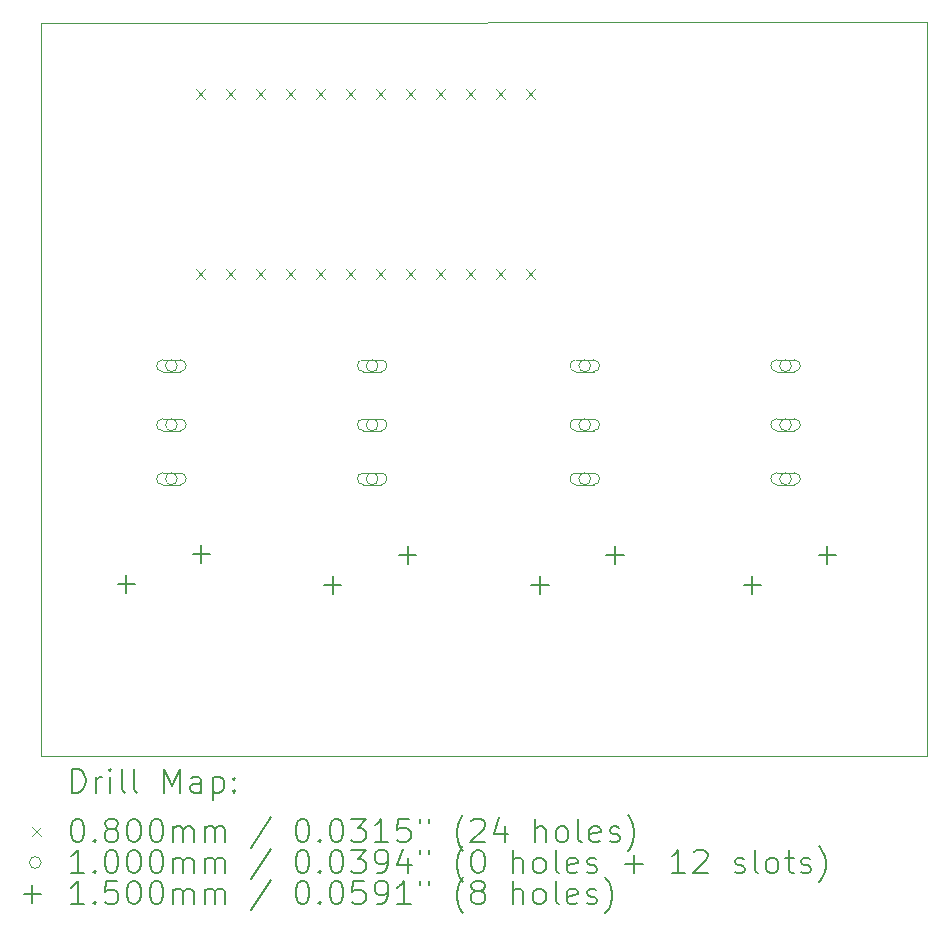
<source format=gbr>
%TF.GenerationSoftware,KiCad,Pcbnew,9.0.0*%
%TF.CreationDate,2025-03-03T22:53:20+00:00*%
%TF.ProjectId,controller,636f6e74-726f-46c6-9c65-722e6b696361,rev?*%
%TF.SameCoordinates,Original*%
%TF.FileFunction,Drillmap*%
%TF.FilePolarity,Positive*%
%FSLAX45Y45*%
G04 Gerber Fmt 4.5, Leading zero omitted, Abs format (unit mm)*
G04 Created by KiCad (PCBNEW 9.0.0) date 2025-03-03 22:53:20*
%MOMM*%
%LPD*%
G01*
G04 APERTURE LIST*
%ADD10C,0.038100*%
%ADD11C,0.200000*%
%ADD12C,0.100000*%
%ADD13C,0.150000*%
G04 APERTURE END LIST*
D10*
X18100000Y-11500000D02*
X18100000Y-5290000D01*
X10600000Y-5300000D02*
X10600000Y-11500000D01*
X10600000Y-11500000D02*
X18100000Y-11500000D01*
X10600000Y-5300000D02*
X18100000Y-5290000D01*
D11*
D12*
X11906000Y-5860000D02*
X11986000Y-5940000D01*
X11986000Y-5860000D02*
X11906000Y-5940000D01*
X11906000Y-7384000D02*
X11986000Y-7464000D01*
X11986000Y-7384000D02*
X11906000Y-7464000D01*
X12160000Y-5860000D02*
X12240000Y-5940000D01*
X12240000Y-5860000D02*
X12160000Y-5940000D01*
X12160000Y-7384000D02*
X12240000Y-7464000D01*
X12240000Y-7384000D02*
X12160000Y-7464000D01*
X12414000Y-5860000D02*
X12494000Y-5940000D01*
X12494000Y-5860000D02*
X12414000Y-5940000D01*
X12414000Y-7384000D02*
X12494000Y-7464000D01*
X12494000Y-7384000D02*
X12414000Y-7464000D01*
X12668000Y-5860000D02*
X12748000Y-5940000D01*
X12748000Y-5860000D02*
X12668000Y-5940000D01*
X12668000Y-7384000D02*
X12748000Y-7464000D01*
X12748000Y-7384000D02*
X12668000Y-7464000D01*
X12922000Y-5860000D02*
X13002000Y-5940000D01*
X13002000Y-5860000D02*
X12922000Y-5940000D01*
X12922000Y-7384000D02*
X13002000Y-7464000D01*
X13002000Y-7384000D02*
X12922000Y-7464000D01*
X13176000Y-5860000D02*
X13256000Y-5940000D01*
X13256000Y-5860000D02*
X13176000Y-5940000D01*
X13176000Y-7384000D02*
X13256000Y-7464000D01*
X13256000Y-7384000D02*
X13176000Y-7464000D01*
X13430000Y-5860000D02*
X13510000Y-5940000D01*
X13510000Y-5860000D02*
X13430000Y-5940000D01*
X13430000Y-7384000D02*
X13510000Y-7464000D01*
X13510000Y-7384000D02*
X13430000Y-7464000D01*
X13684000Y-5860000D02*
X13764000Y-5940000D01*
X13764000Y-5860000D02*
X13684000Y-5940000D01*
X13684000Y-7384000D02*
X13764000Y-7464000D01*
X13764000Y-7384000D02*
X13684000Y-7464000D01*
X13938000Y-5860000D02*
X14018000Y-5940000D01*
X14018000Y-5860000D02*
X13938000Y-5940000D01*
X13938000Y-7384000D02*
X14018000Y-7464000D01*
X14018000Y-7384000D02*
X13938000Y-7464000D01*
X14192000Y-5860000D02*
X14272000Y-5940000D01*
X14272000Y-5860000D02*
X14192000Y-5940000D01*
X14192000Y-7384000D02*
X14272000Y-7464000D01*
X14272000Y-7384000D02*
X14192000Y-7464000D01*
X14446000Y-5860000D02*
X14526000Y-5940000D01*
X14526000Y-5860000D02*
X14446000Y-5940000D01*
X14446000Y-7384000D02*
X14526000Y-7464000D01*
X14526000Y-7384000D02*
X14446000Y-7464000D01*
X14700000Y-5860000D02*
X14780000Y-5940000D01*
X14780000Y-5860000D02*
X14700000Y-5940000D01*
X14700000Y-7384000D02*
X14780000Y-7464000D01*
X14780000Y-7384000D02*
X14700000Y-7464000D01*
X11750000Y-8200000D02*
G75*
G02*
X11650000Y-8200000I-50000J0D01*
G01*
X11650000Y-8200000D02*
G75*
G02*
X11750000Y-8200000I50000J0D01*
G01*
X11775000Y-8150000D02*
X11625000Y-8150000D01*
X11625000Y-8250000D02*
G75*
G02*
X11625000Y-8150000I0J50000D01*
G01*
X11625000Y-8250000D02*
X11775000Y-8250000D01*
X11775000Y-8250000D02*
G75*
G03*
X11775000Y-8150000I0J50000D01*
G01*
X11750000Y-8700000D02*
G75*
G02*
X11650000Y-8700000I-50000J0D01*
G01*
X11650000Y-8700000D02*
G75*
G02*
X11750000Y-8700000I50000J0D01*
G01*
X11775000Y-8650000D02*
X11625000Y-8650000D01*
X11625000Y-8750000D02*
G75*
G02*
X11625000Y-8650000I0J50000D01*
G01*
X11625000Y-8750000D02*
X11775000Y-8750000D01*
X11775000Y-8750000D02*
G75*
G03*
X11775000Y-8650000I0J50000D01*
G01*
X11750000Y-9157200D02*
G75*
G02*
X11650000Y-9157200I-50000J0D01*
G01*
X11650000Y-9157200D02*
G75*
G02*
X11750000Y-9157200I50000J0D01*
G01*
X11775000Y-9107200D02*
X11625000Y-9107200D01*
X11625000Y-9207200D02*
G75*
G02*
X11625000Y-9107200I0J50000D01*
G01*
X11625000Y-9207200D02*
X11775000Y-9207200D01*
X11775000Y-9207200D02*
G75*
G03*
X11775000Y-9107200I0J50000D01*
G01*
X13450000Y-8200000D02*
G75*
G02*
X13350000Y-8200000I-50000J0D01*
G01*
X13350000Y-8200000D02*
G75*
G02*
X13450000Y-8200000I50000J0D01*
G01*
X13475000Y-8150000D02*
X13325000Y-8150000D01*
X13325000Y-8250000D02*
G75*
G02*
X13325000Y-8150000I0J50000D01*
G01*
X13325000Y-8250000D02*
X13475000Y-8250000D01*
X13475000Y-8250000D02*
G75*
G03*
X13475000Y-8150000I0J50000D01*
G01*
X13450000Y-8700000D02*
G75*
G02*
X13350000Y-8700000I-50000J0D01*
G01*
X13350000Y-8700000D02*
G75*
G02*
X13450000Y-8700000I50000J0D01*
G01*
X13475000Y-8650000D02*
X13325000Y-8650000D01*
X13325000Y-8750000D02*
G75*
G02*
X13325000Y-8650000I0J50000D01*
G01*
X13325000Y-8750000D02*
X13475000Y-8750000D01*
X13475000Y-8750000D02*
G75*
G03*
X13475000Y-8650000I0J50000D01*
G01*
X13450000Y-9157200D02*
G75*
G02*
X13350000Y-9157200I-50000J0D01*
G01*
X13350000Y-9157200D02*
G75*
G02*
X13450000Y-9157200I50000J0D01*
G01*
X13475000Y-9107200D02*
X13325000Y-9107200D01*
X13325000Y-9207200D02*
G75*
G02*
X13325000Y-9107200I0J50000D01*
G01*
X13325000Y-9207200D02*
X13475000Y-9207200D01*
X13475000Y-9207200D02*
G75*
G03*
X13475000Y-9107200I0J50000D01*
G01*
X15250000Y-8200000D02*
G75*
G02*
X15150000Y-8200000I-50000J0D01*
G01*
X15150000Y-8200000D02*
G75*
G02*
X15250000Y-8200000I50000J0D01*
G01*
X15275000Y-8150000D02*
X15125000Y-8150000D01*
X15125000Y-8250000D02*
G75*
G02*
X15125000Y-8150000I0J50000D01*
G01*
X15125000Y-8250000D02*
X15275000Y-8250000D01*
X15275000Y-8250000D02*
G75*
G03*
X15275000Y-8150000I0J50000D01*
G01*
X15250000Y-8700000D02*
G75*
G02*
X15150000Y-8700000I-50000J0D01*
G01*
X15150000Y-8700000D02*
G75*
G02*
X15250000Y-8700000I50000J0D01*
G01*
X15275000Y-8650000D02*
X15125000Y-8650000D01*
X15125000Y-8750000D02*
G75*
G02*
X15125000Y-8650000I0J50000D01*
G01*
X15125000Y-8750000D02*
X15275000Y-8750000D01*
X15275000Y-8750000D02*
G75*
G03*
X15275000Y-8650000I0J50000D01*
G01*
X15250000Y-9157200D02*
G75*
G02*
X15150000Y-9157200I-50000J0D01*
G01*
X15150000Y-9157200D02*
G75*
G02*
X15250000Y-9157200I50000J0D01*
G01*
X15275000Y-9107200D02*
X15125000Y-9107200D01*
X15125000Y-9207200D02*
G75*
G02*
X15125000Y-9107200I0J50000D01*
G01*
X15125000Y-9207200D02*
X15275000Y-9207200D01*
X15275000Y-9207200D02*
G75*
G03*
X15275000Y-9107200I0J50000D01*
G01*
X16950000Y-8200000D02*
G75*
G02*
X16850000Y-8200000I-50000J0D01*
G01*
X16850000Y-8200000D02*
G75*
G02*
X16950000Y-8200000I50000J0D01*
G01*
X16975000Y-8150000D02*
X16825000Y-8150000D01*
X16825000Y-8250000D02*
G75*
G02*
X16825000Y-8150000I0J50000D01*
G01*
X16825000Y-8250000D02*
X16975000Y-8250000D01*
X16975000Y-8250000D02*
G75*
G03*
X16975000Y-8150000I0J50000D01*
G01*
X16950000Y-8700000D02*
G75*
G02*
X16850000Y-8700000I-50000J0D01*
G01*
X16850000Y-8700000D02*
G75*
G02*
X16950000Y-8700000I50000J0D01*
G01*
X16975000Y-8650000D02*
X16825000Y-8650000D01*
X16825000Y-8750000D02*
G75*
G02*
X16825000Y-8650000I0J50000D01*
G01*
X16825000Y-8750000D02*
X16975000Y-8750000D01*
X16975000Y-8750000D02*
G75*
G03*
X16975000Y-8650000I0J50000D01*
G01*
X16950000Y-9157200D02*
G75*
G02*
X16850000Y-9157200I-50000J0D01*
G01*
X16850000Y-9157200D02*
G75*
G02*
X16950000Y-9157200I50000J0D01*
G01*
X16975000Y-9107200D02*
X16825000Y-9107200D01*
X16825000Y-9207200D02*
G75*
G02*
X16825000Y-9107200I0J50000D01*
G01*
X16825000Y-9207200D02*
X16975000Y-9207200D01*
X16975000Y-9207200D02*
G75*
G03*
X16975000Y-9107200I0J50000D01*
G01*
D13*
X11319000Y-9971000D02*
X11319000Y-10121000D01*
X11244000Y-10046000D02*
X11394000Y-10046000D01*
X11954000Y-9717000D02*
X11954000Y-9867000D01*
X11879000Y-9792000D02*
X12029000Y-9792000D01*
X13065000Y-9979000D02*
X13065000Y-10129000D01*
X12990000Y-10054000D02*
X13140000Y-10054000D01*
X13700000Y-9725000D02*
X13700000Y-9875000D01*
X13625000Y-9800000D02*
X13775000Y-9800000D01*
X14819000Y-9979000D02*
X14819000Y-10129000D01*
X14744000Y-10054000D02*
X14894000Y-10054000D01*
X15454000Y-9725000D02*
X15454000Y-9875000D01*
X15379000Y-9800000D02*
X15529000Y-9800000D01*
X16619000Y-9979000D02*
X16619000Y-10129000D01*
X16544000Y-10054000D02*
X16694000Y-10054000D01*
X17254000Y-9725000D02*
X17254000Y-9875000D01*
X17179000Y-9800000D02*
X17329000Y-9800000D01*
D11*
X10858872Y-11813389D02*
X10858872Y-11613389D01*
X10858872Y-11613389D02*
X10906491Y-11613389D01*
X10906491Y-11613389D02*
X10935062Y-11622913D01*
X10935062Y-11622913D02*
X10954110Y-11641960D01*
X10954110Y-11641960D02*
X10963634Y-11661008D01*
X10963634Y-11661008D02*
X10973158Y-11699103D01*
X10973158Y-11699103D02*
X10973158Y-11727674D01*
X10973158Y-11727674D02*
X10963634Y-11765770D01*
X10963634Y-11765770D02*
X10954110Y-11784817D01*
X10954110Y-11784817D02*
X10935062Y-11803865D01*
X10935062Y-11803865D02*
X10906491Y-11813389D01*
X10906491Y-11813389D02*
X10858872Y-11813389D01*
X11058872Y-11813389D02*
X11058872Y-11680055D01*
X11058872Y-11718151D02*
X11068396Y-11699103D01*
X11068396Y-11699103D02*
X11077919Y-11689579D01*
X11077919Y-11689579D02*
X11096967Y-11680055D01*
X11096967Y-11680055D02*
X11116015Y-11680055D01*
X11182681Y-11813389D02*
X11182681Y-11680055D01*
X11182681Y-11613389D02*
X11173158Y-11622913D01*
X11173158Y-11622913D02*
X11182681Y-11632436D01*
X11182681Y-11632436D02*
X11192205Y-11622913D01*
X11192205Y-11622913D02*
X11182681Y-11613389D01*
X11182681Y-11613389D02*
X11182681Y-11632436D01*
X11306491Y-11813389D02*
X11287443Y-11803865D01*
X11287443Y-11803865D02*
X11277919Y-11784817D01*
X11277919Y-11784817D02*
X11277919Y-11613389D01*
X11411253Y-11813389D02*
X11392205Y-11803865D01*
X11392205Y-11803865D02*
X11382681Y-11784817D01*
X11382681Y-11784817D02*
X11382681Y-11613389D01*
X11639824Y-11813389D02*
X11639824Y-11613389D01*
X11639824Y-11613389D02*
X11706491Y-11756246D01*
X11706491Y-11756246D02*
X11773157Y-11613389D01*
X11773157Y-11613389D02*
X11773157Y-11813389D01*
X11954110Y-11813389D02*
X11954110Y-11708627D01*
X11954110Y-11708627D02*
X11944586Y-11689579D01*
X11944586Y-11689579D02*
X11925538Y-11680055D01*
X11925538Y-11680055D02*
X11887443Y-11680055D01*
X11887443Y-11680055D02*
X11868396Y-11689579D01*
X11954110Y-11803865D02*
X11935062Y-11813389D01*
X11935062Y-11813389D02*
X11887443Y-11813389D01*
X11887443Y-11813389D02*
X11868396Y-11803865D01*
X11868396Y-11803865D02*
X11858872Y-11784817D01*
X11858872Y-11784817D02*
X11858872Y-11765770D01*
X11858872Y-11765770D02*
X11868396Y-11746722D01*
X11868396Y-11746722D02*
X11887443Y-11737198D01*
X11887443Y-11737198D02*
X11935062Y-11737198D01*
X11935062Y-11737198D02*
X11954110Y-11727674D01*
X12049348Y-11680055D02*
X12049348Y-11880055D01*
X12049348Y-11689579D02*
X12068396Y-11680055D01*
X12068396Y-11680055D02*
X12106491Y-11680055D01*
X12106491Y-11680055D02*
X12125538Y-11689579D01*
X12125538Y-11689579D02*
X12135062Y-11699103D01*
X12135062Y-11699103D02*
X12144586Y-11718151D01*
X12144586Y-11718151D02*
X12144586Y-11775293D01*
X12144586Y-11775293D02*
X12135062Y-11794341D01*
X12135062Y-11794341D02*
X12125538Y-11803865D01*
X12125538Y-11803865D02*
X12106491Y-11813389D01*
X12106491Y-11813389D02*
X12068396Y-11813389D01*
X12068396Y-11813389D02*
X12049348Y-11803865D01*
X12230300Y-11794341D02*
X12239824Y-11803865D01*
X12239824Y-11803865D02*
X12230300Y-11813389D01*
X12230300Y-11813389D02*
X12220777Y-11803865D01*
X12220777Y-11803865D02*
X12230300Y-11794341D01*
X12230300Y-11794341D02*
X12230300Y-11813389D01*
X12230300Y-11689579D02*
X12239824Y-11699103D01*
X12239824Y-11699103D02*
X12230300Y-11708627D01*
X12230300Y-11708627D02*
X12220777Y-11699103D01*
X12220777Y-11699103D02*
X12230300Y-11689579D01*
X12230300Y-11689579D02*
X12230300Y-11708627D01*
D12*
X10518095Y-12101905D02*
X10598095Y-12181905D01*
X10598095Y-12101905D02*
X10518095Y-12181905D01*
D11*
X10896967Y-12033389D02*
X10916015Y-12033389D01*
X10916015Y-12033389D02*
X10935062Y-12042913D01*
X10935062Y-12042913D02*
X10944586Y-12052436D01*
X10944586Y-12052436D02*
X10954110Y-12071484D01*
X10954110Y-12071484D02*
X10963634Y-12109579D01*
X10963634Y-12109579D02*
X10963634Y-12157198D01*
X10963634Y-12157198D02*
X10954110Y-12195293D01*
X10954110Y-12195293D02*
X10944586Y-12214341D01*
X10944586Y-12214341D02*
X10935062Y-12223865D01*
X10935062Y-12223865D02*
X10916015Y-12233389D01*
X10916015Y-12233389D02*
X10896967Y-12233389D01*
X10896967Y-12233389D02*
X10877919Y-12223865D01*
X10877919Y-12223865D02*
X10868396Y-12214341D01*
X10868396Y-12214341D02*
X10858872Y-12195293D01*
X10858872Y-12195293D02*
X10849348Y-12157198D01*
X10849348Y-12157198D02*
X10849348Y-12109579D01*
X10849348Y-12109579D02*
X10858872Y-12071484D01*
X10858872Y-12071484D02*
X10868396Y-12052436D01*
X10868396Y-12052436D02*
X10877919Y-12042913D01*
X10877919Y-12042913D02*
X10896967Y-12033389D01*
X11049348Y-12214341D02*
X11058872Y-12223865D01*
X11058872Y-12223865D02*
X11049348Y-12233389D01*
X11049348Y-12233389D02*
X11039824Y-12223865D01*
X11039824Y-12223865D02*
X11049348Y-12214341D01*
X11049348Y-12214341D02*
X11049348Y-12233389D01*
X11173158Y-12119103D02*
X11154110Y-12109579D01*
X11154110Y-12109579D02*
X11144586Y-12100055D01*
X11144586Y-12100055D02*
X11135062Y-12081008D01*
X11135062Y-12081008D02*
X11135062Y-12071484D01*
X11135062Y-12071484D02*
X11144586Y-12052436D01*
X11144586Y-12052436D02*
X11154110Y-12042913D01*
X11154110Y-12042913D02*
X11173158Y-12033389D01*
X11173158Y-12033389D02*
X11211253Y-12033389D01*
X11211253Y-12033389D02*
X11230300Y-12042913D01*
X11230300Y-12042913D02*
X11239824Y-12052436D01*
X11239824Y-12052436D02*
X11249348Y-12071484D01*
X11249348Y-12071484D02*
X11249348Y-12081008D01*
X11249348Y-12081008D02*
X11239824Y-12100055D01*
X11239824Y-12100055D02*
X11230300Y-12109579D01*
X11230300Y-12109579D02*
X11211253Y-12119103D01*
X11211253Y-12119103D02*
X11173158Y-12119103D01*
X11173158Y-12119103D02*
X11154110Y-12128627D01*
X11154110Y-12128627D02*
X11144586Y-12138151D01*
X11144586Y-12138151D02*
X11135062Y-12157198D01*
X11135062Y-12157198D02*
X11135062Y-12195293D01*
X11135062Y-12195293D02*
X11144586Y-12214341D01*
X11144586Y-12214341D02*
X11154110Y-12223865D01*
X11154110Y-12223865D02*
X11173158Y-12233389D01*
X11173158Y-12233389D02*
X11211253Y-12233389D01*
X11211253Y-12233389D02*
X11230300Y-12223865D01*
X11230300Y-12223865D02*
X11239824Y-12214341D01*
X11239824Y-12214341D02*
X11249348Y-12195293D01*
X11249348Y-12195293D02*
X11249348Y-12157198D01*
X11249348Y-12157198D02*
X11239824Y-12138151D01*
X11239824Y-12138151D02*
X11230300Y-12128627D01*
X11230300Y-12128627D02*
X11211253Y-12119103D01*
X11373157Y-12033389D02*
X11392205Y-12033389D01*
X11392205Y-12033389D02*
X11411253Y-12042913D01*
X11411253Y-12042913D02*
X11420777Y-12052436D01*
X11420777Y-12052436D02*
X11430300Y-12071484D01*
X11430300Y-12071484D02*
X11439824Y-12109579D01*
X11439824Y-12109579D02*
X11439824Y-12157198D01*
X11439824Y-12157198D02*
X11430300Y-12195293D01*
X11430300Y-12195293D02*
X11420777Y-12214341D01*
X11420777Y-12214341D02*
X11411253Y-12223865D01*
X11411253Y-12223865D02*
X11392205Y-12233389D01*
X11392205Y-12233389D02*
X11373157Y-12233389D01*
X11373157Y-12233389D02*
X11354110Y-12223865D01*
X11354110Y-12223865D02*
X11344586Y-12214341D01*
X11344586Y-12214341D02*
X11335062Y-12195293D01*
X11335062Y-12195293D02*
X11325538Y-12157198D01*
X11325538Y-12157198D02*
X11325538Y-12109579D01*
X11325538Y-12109579D02*
X11335062Y-12071484D01*
X11335062Y-12071484D02*
X11344586Y-12052436D01*
X11344586Y-12052436D02*
X11354110Y-12042913D01*
X11354110Y-12042913D02*
X11373157Y-12033389D01*
X11563634Y-12033389D02*
X11582681Y-12033389D01*
X11582681Y-12033389D02*
X11601729Y-12042913D01*
X11601729Y-12042913D02*
X11611253Y-12052436D01*
X11611253Y-12052436D02*
X11620777Y-12071484D01*
X11620777Y-12071484D02*
X11630300Y-12109579D01*
X11630300Y-12109579D02*
X11630300Y-12157198D01*
X11630300Y-12157198D02*
X11620777Y-12195293D01*
X11620777Y-12195293D02*
X11611253Y-12214341D01*
X11611253Y-12214341D02*
X11601729Y-12223865D01*
X11601729Y-12223865D02*
X11582681Y-12233389D01*
X11582681Y-12233389D02*
X11563634Y-12233389D01*
X11563634Y-12233389D02*
X11544586Y-12223865D01*
X11544586Y-12223865D02*
X11535062Y-12214341D01*
X11535062Y-12214341D02*
X11525538Y-12195293D01*
X11525538Y-12195293D02*
X11516015Y-12157198D01*
X11516015Y-12157198D02*
X11516015Y-12109579D01*
X11516015Y-12109579D02*
X11525538Y-12071484D01*
X11525538Y-12071484D02*
X11535062Y-12052436D01*
X11535062Y-12052436D02*
X11544586Y-12042913D01*
X11544586Y-12042913D02*
X11563634Y-12033389D01*
X11716015Y-12233389D02*
X11716015Y-12100055D01*
X11716015Y-12119103D02*
X11725538Y-12109579D01*
X11725538Y-12109579D02*
X11744586Y-12100055D01*
X11744586Y-12100055D02*
X11773158Y-12100055D01*
X11773158Y-12100055D02*
X11792205Y-12109579D01*
X11792205Y-12109579D02*
X11801729Y-12128627D01*
X11801729Y-12128627D02*
X11801729Y-12233389D01*
X11801729Y-12128627D02*
X11811253Y-12109579D01*
X11811253Y-12109579D02*
X11830300Y-12100055D01*
X11830300Y-12100055D02*
X11858872Y-12100055D01*
X11858872Y-12100055D02*
X11877919Y-12109579D01*
X11877919Y-12109579D02*
X11887443Y-12128627D01*
X11887443Y-12128627D02*
X11887443Y-12233389D01*
X11982681Y-12233389D02*
X11982681Y-12100055D01*
X11982681Y-12119103D02*
X11992205Y-12109579D01*
X11992205Y-12109579D02*
X12011253Y-12100055D01*
X12011253Y-12100055D02*
X12039824Y-12100055D01*
X12039824Y-12100055D02*
X12058872Y-12109579D01*
X12058872Y-12109579D02*
X12068396Y-12128627D01*
X12068396Y-12128627D02*
X12068396Y-12233389D01*
X12068396Y-12128627D02*
X12077919Y-12109579D01*
X12077919Y-12109579D02*
X12096967Y-12100055D01*
X12096967Y-12100055D02*
X12125538Y-12100055D01*
X12125538Y-12100055D02*
X12144586Y-12109579D01*
X12144586Y-12109579D02*
X12154110Y-12128627D01*
X12154110Y-12128627D02*
X12154110Y-12233389D01*
X12544586Y-12023865D02*
X12373158Y-12281008D01*
X12801729Y-12033389D02*
X12820777Y-12033389D01*
X12820777Y-12033389D02*
X12839824Y-12042913D01*
X12839824Y-12042913D02*
X12849348Y-12052436D01*
X12849348Y-12052436D02*
X12858872Y-12071484D01*
X12858872Y-12071484D02*
X12868396Y-12109579D01*
X12868396Y-12109579D02*
X12868396Y-12157198D01*
X12868396Y-12157198D02*
X12858872Y-12195293D01*
X12858872Y-12195293D02*
X12849348Y-12214341D01*
X12849348Y-12214341D02*
X12839824Y-12223865D01*
X12839824Y-12223865D02*
X12820777Y-12233389D01*
X12820777Y-12233389D02*
X12801729Y-12233389D01*
X12801729Y-12233389D02*
X12782681Y-12223865D01*
X12782681Y-12223865D02*
X12773158Y-12214341D01*
X12773158Y-12214341D02*
X12763634Y-12195293D01*
X12763634Y-12195293D02*
X12754110Y-12157198D01*
X12754110Y-12157198D02*
X12754110Y-12109579D01*
X12754110Y-12109579D02*
X12763634Y-12071484D01*
X12763634Y-12071484D02*
X12773158Y-12052436D01*
X12773158Y-12052436D02*
X12782681Y-12042913D01*
X12782681Y-12042913D02*
X12801729Y-12033389D01*
X12954110Y-12214341D02*
X12963634Y-12223865D01*
X12963634Y-12223865D02*
X12954110Y-12233389D01*
X12954110Y-12233389D02*
X12944586Y-12223865D01*
X12944586Y-12223865D02*
X12954110Y-12214341D01*
X12954110Y-12214341D02*
X12954110Y-12233389D01*
X13087443Y-12033389D02*
X13106491Y-12033389D01*
X13106491Y-12033389D02*
X13125539Y-12042913D01*
X13125539Y-12042913D02*
X13135062Y-12052436D01*
X13135062Y-12052436D02*
X13144586Y-12071484D01*
X13144586Y-12071484D02*
X13154110Y-12109579D01*
X13154110Y-12109579D02*
X13154110Y-12157198D01*
X13154110Y-12157198D02*
X13144586Y-12195293D01*
X13144586Y-12195293D02*
X13135062Y-12214341D01*
X13135062Y-12214341D02*
X13125539Y-12223865D01*
X13125539Y-12223865D02*
X13106491Y-12233389D01*
X13106491Y-12233389D02*
X13087443Y-12233389D01*
X13087443Y-12233389D02*
X13068396Y-12223865D01*
X13068396Y-12223865D02*
X13058872Y-12214341D01*
X13058872Y-12214341D02*
X13049348Y-12195293D01*
X13049348Y-12195293D02*
X13039824Y-12157198D01*
X13039824Y-12157198D02*
X13039824Y-12109579D01*
X13039824Y-12109579D02*
X13049348Y-12071484D01*
X13049348Y-12071484D02*
X13058872Y-12052436D01*
X13058872Y-12052436D02*
X13068396Y-12042913D01*
X13068396Y-12042913D02*
X13087443Y-12033389D01*
X13220777Y-12033389D02*
X13344586Y-12033389D01*
X13344586Y-12033389D02*
X13277920Y-12109579D01*
X13277920Y-12109579D02*
X13306491Y-12109579D01*
X13306491Y-12109579D02*
X13325539Y-12119103D01*
X13325539Y-12119103D02*
X13335062Y-12128627D01*
X13335062Y-12128627D02*
X13344586Y-12147674D01*
X13344586Y-12147674D02*
X13344586Y-12195293D01*
X13344586Y-12195293D02*
X13335062Y-12214341D01*
X13335062Y-12214341D02*
X13325539Y-12223865D01*
X13325539Y-12223865D02*
X13306491Y-12233389D01*
X13306491Y-12233389D02*
X13249348Y-12233389D01*
X13249348Y-12233389D02*
X13230301Y-12223865D01*
X13230301Y-12223865D02*
X13220777Y-12214341D01*
X13535062Y-12233389D02*
X13420777Y-12233389D01*
X13477920Y-12233389D02*
X13477920Y-12033389D01*
X13477920Y-12033389D02*
X13458872Y-12061960D01*
X13458872Y-12061960D02*
X13439824Y-12081008D01*
X13439824Y-12081008D02*
X13420777Y-12090532D01*
X13716015Y-12033389D02*
X13620777Y-12033389D01*
X13620777Y-12033389D02*
X13611253Y-12128627D01*
X13611253Y-12128627D02*
X13620777Y-12119103D01*
X13620777Y-12119103D02*
X13639824Y-12109579D01*
X13639824Y-12109579D02*
X13687443Y-12109579D01*
X13687443Y-12109579D02*
X13706491Y-12119103D01*
X13706491Y-12119103D02*
X13716015Y-12128627D01*
X13716015Y-12128627D02*
X13725539Y-12147674D01*
X13725539Y-12147674D02*
X13725539Y-12195293D01*
X13725539Y-12195293D02*
X13716015Y-12214341D01*
X13716015Y-12214341D02*
X13706491Y-12223865D01*
X13706491Y-12223865D02*
X13687443Y-12233389D01*
X13687443Y-12233389D02*
X13639824Y-12233389D01*
X13639824Y-12233389D02*
X13620777Y-12223865D01*
X13620777Y-12223865D02*
X13611253Y-12214341D01*
X13801729Y-12033389D02*
X13801729Y-12071484D01*
X13877920Y-12033389D02*
X13877920Y-12071484D01*
X14173158Y-12309579D02*
X14163634Y-12300055D01*
X14163634Y-12300055D02*
X14144586Y-12271484D01*
X14144586Y-12271484D02*
X14135063Y-12252436D01*
X14135063Y-12252436D02*
X14125539Y-12223865D01*
X14125539Y-12223865D02*
X14116015Y-12176246D01*
X14116015Y-12176246D02*
X14116015Y-12138151D01*
X14116015Y-12138151D02*
X14125539Y-12090532D01*
X14125539Y-12090532D02*
X14135063Y-12061960D01*
X14135063Y-12061960D02*
X14144586Y-12042913D01*
X14144586Y-12042913D02*
X14163634Y-12014341D01*
X14163634Y-12014341D02*
X14173158Y-12004817D01*
X14239824Y-12052436D02*
X14249348Y-12042913D01*
X14249348Y-12042913D02*
X14268396Y-12033389D01*
X14268396Y-12033389D02*
X14316015Y-12033389D01*
X14316015Y-12033389D02*
X14335063Y-12042913D01*
X14335063Y-12042913D02*
X14344586Y-12052436D01*
X14344586Y-12052436D02*
X14354110Y-12071484D01*
X14354110Y-12071484D02*
X14354110Y-12090532D01*
X14354110Y-12090532D02*
X14344586Y-12119103D01*
X14344586Y-12119103D02*
X14230301Y-12233389D01*
X14230301Y-12233389D02*
X14354110Y-12233389D01*
X14525539Y-12100055D02*
X14525539Y-12233389D01*
X14477920Y-12023865D02*
X14430301Y-12166722D01*
X14430301Y-12166722D02*
X14554110Y-12166722D01*
X14782682Y-12233389D02*
X14782682Y-12033389D01*
X14868396Y-12233389D02*
X14868396Y-12128627D01*
X14868396Y-12128627D02*
X14858872Y-12109579D01*
X14858872Y-12109579D02*
X14839825Y-12100055D01*
X14839825Y-12100055D02*
X14811253Y-12100055D01*
X14811253Y-12100055D02*
X14792205Y-12109579D01*
X14792205Y-12109579D02*
X14782682Y-12119103D01*
X14992205Y-12233389D02*
X14973158Y-12223865D01*
X14973158Y-12223865D02*
X14963634Y-12214341D01*
X14963634Y-12214341D02*
X14954110Y-12195293D01*
X14954110Y-12195293D02*
X14954110Y-12138151D01*
X14954110Y-12138151D02*
X14963634Y-12119103D01*
X14963634Y-12119103D02*
X14973158Y-12109579D01*
X14973158Y-12109579D02*
X14992205Y-12100055D01*
X14992205Y-12100055D02*
X15020777Y-12100055D01*
X15020777Y-12100055D02*
X15039825Y-12109579D01*
X15039825Y-12109579D02*
X15049348Y-12119103D01*
X15049348Y-12119103D02*
X15058872Y-12138151D01*
X15058872Y-12138151D02*
X15058872Y-12195293D01*
X15058872Y-12195293D02*
X15049348Y-12214341D01*
X15049348Y-12214341D02*
X15039825Y-12223865D01*
X15039825Y-12223865D02*
X15020777Y-12233389D01*
X15020777Y-12233389D02*
X14992205Y-12233389D01*
X15173158Y-12233389D02*
X15154110Y-12223865D01*
X15154110Y-12223865D02*
X15144586Y-12204817D01*
X15144586Y-12204817D02*
X15144586Y-12033389D01*
X15325539Y-12223865D02*
X15306491Y-12233389D01*
X15306491Y-12233389D02*
X15268396Y-12233389D01*
X15268396Y-12233389D02*
X15249348Y-12223865D01*
X15249348Y-12223865D02*
X15239825Y-12204817D01*
X15239825Y-12204817D02*
X15239825Y-12128627D01*
X15239825Y-12128627D02*
X15249348Y-12109579D01*
X15249348Y-12109579D02*
X15268396Y-12100055D01*
X15268396Y-12100055D02*
X15306491Y-12100055D01*
X15306491Y-12100055D02*
X15325539Y-12109579D01*
X15325539Y-12109579D02*
X15335063Y-12128627D01*
X15335063Y-12128627D02*
X15335063Y-12147674D01*
X15335063Y-12147674D02*
X15239825Y-12166722D01*
X15411253Y-12223865D02*
X15430301Y-12233389D01*
X15430301Y-12233389D02*
X15468396Y-12233389D01*
X15468396Y-12233389D02*
X15487444Y-12223865D01*
X15487444Y-12223865D02*
X15496967Y-12204817D01*
X15496967Y-12204817D02*
X15496967Y-12195293D01*
X15496967Y-12195293D02*
X15487444Y-12176246D01*
X15487444Y-12176246D02*
X15468396Y-12166722D01*
X15468396Y-12166722D02*
X15439825Y-12166722D01*
X15439825Y-12166722D02*
X15420777Y-12157198D01*
X15420777Y-12157198D02*
X15411253Y-12138151D01*
X15411253Y-12138151D02*
X15411253Y-12128627D01*
X15411253Y-12128627D02*
X15420777Y-12109579D01*
X15420777Y-12109579D02*
X15439825Y-12100055D01*
X15439825Y-12100055D02*
X15468396Y-12100055D01*
X15468396Y-12100055D02*
X15487444Y-12109579D01*
X15563634Y-12309579D02*
X15573158Y-12300055D01*
X15573158Y-12300055D02*
X15592206Y-12271484D01*
X15592206Y-12271484D02*
X15601729Y-12252436D01*
X15601729Y-12252436D02*
X15611253Y-12223865D01*
X15611253Y-12223865D02*
X15620777Y-12176246D01*
X15620777Y-12176246D02*
X15620777Y-12138151D01*
X15620777Y-12138151D02*
X15611253Y-12090532D01*
X15611253Y-12090532D02*
X15601729Y-12061960D01*
X15601729Y-12061960D02*
X15592206Y-12042913D01*
X15592206Y-12042913D02*
X15573158Y-12014341D01*
X15573158Y-12014341D02*
X15563634Y-12004817D01*
D12*
X10598095Y-12405905D02*
G75*
G02*
X10498095Y-12405905I-50000J0D01*
G01*
X10498095Y-12405905D02*
G75*
G02*
X10598095Y-12405905I50000J0D01*
G01*
D11*
X10963634Y-12497389D02*
X10849348Y-12497389D01*
X10906491Y-12497389D02*
X10906491Y-12297389D01*
X10906491Y-12297389D02*
X10887443Y-12325960D01*
X10887443Y-12325960D02*
X10868396Y-12345008D01*
X10868396Y-12345008D02*
X10849348Y-12354532D01*
X11049348Y-12478341D02*
X11058872Y-12487865D01*
X11058872Y-12487865D02*
X11049348Y-12497389D01*
X11049348Y-12497389D02*
X11039824Y-12487865D01*
X11039824Y-12487865D02*
X11049348Y-12478341D01*
X11049348Y-12478341D02*
X11049348Y-12497389D01*
X11182681Y-12297389D02*
X11201729Y-12297389D01*
X11201729Y-12297389D02*
X11220777Y-12306913D01*
X11220777Y-12306913D02*
X11230300Y-12316436D01*
X11230300Y-12316436D02*
X11239824Y-12335484D01*
X11239824Y-12335484D02*
X11249348Y-12373579D01*
X11249348Y-12373579D02*
X11249348Y-12421198D01*
X11249348Y-12421198D02*
X11239824Y-12459293D01*
X11239824Y-12459293D02*
X11230300Y-12478341D01*
X11230300Y-12478341D02*
X11220777Y-12487865D01*
X11220777Y-12487865D02*
X11201729Y-12497389D01*
X11201729Y-12497389D02*
X11182681Y-12497389D01*
X11182681Y-12497389D02*
X11163634Y-12487865D01*
X11163634Y-12487865D02*
X11154110Y-12478341D01*
X11154110Y-12478341D02*
X11144586Y-12459293D01*
X11144586Y-12459293D02*
X11135062Y-12421198D01*
X11135062Y-12421198D02*
X11135062Y-12373579D01*
X11135062Y-12373579D02*
X11144586Y-12335484D01*
X11144586Y-12335484D02*
X11154110Y-12316436D01*
X11154110Y-12316436D02*
X11163634Y-12306913D01*
X11163634Y-12306913D02*
X11182681Y-12297389D01*
X11373157Y-12297389D02*
X11392205Y-12297389D01*
X11392205Y-12297389D02*
X11411253Y-12306913D01*
X11411253Y-12306913D02*
X11420777Y-12316436D01*
X11420777Y-12316436D02*
X11430300Y-12335484D01*
X11430300Y-12335484D02*
X11439824Y-12373579D01*
X11439824Y-12373579D02*
X11439824Y-12421198D01*
X11439824Y-12421198D02*
X11430300Y-12459293D01*
X11430300Y-12459293D02*
X11420777Y-12478341D01*
X11420777Y-12478341D02*
X11411253Y-12487865D01*
X11411253Y-12487865D02*
X11392205Y-12497389D01*
X11392205Y-12497389D02*
X11373157Y-12497389D01*
X11373157Y-12497389D02*
X11354110Y-12487865D01*
X11354110Y-12487865D02*
X11344586Y-12478341D01*
X11344586Y-12478341D02*
X11335062Y-12459293D01*
X11335062Y-12459293D02*
X11325538Y-12421198D01*
X11325538Y-12421198D02*
X11325538Y-12373579D01*
X11325538Y-12373579D02*
X11335062Y-12335484D01*
X11335062Y-12335484D02*
X11344586Y-12316436D01*
X11344586Y-12316436D02*
X11354110Y-12306913D01*
X11354110Y-12306913D02*
X11373157Y-12297389D01*
X11563634Y-12297389D02*
X11582681Y-12297389D01*
X11582681Y-12297389D02*
X11601729Y-12306913D01*
X11601729Y-12306913D02*
X11611253Y-12316436D01*
X11611253Y-12316436D02*
X11620777Y-12335484D01*
X11620777Y-12335484D02*
X11630300Y-12373579D01*
X11630300Y-12373579D02*
X11630300Y-12421198D01*
X11630300Y-12421198D02*
X11620777Y-12459293D01*
X11620777Y-12459293D02*
X11611253Y-12478341D01*
X11611253Y-12478341D02*
X11601729Y-12487865D01*
X11601729Y-12487865D02*
X11582681Y-12497389D01*
X11582681Y-12497389D02*
X11563634Y-12497389D01*
X11563634Y-12497389D02*
X11544586Y-12487865D01*
X11544586Y-12487865D02*
X11535062Y-12478341D01*
X11535062Y-12478341D02*
X11525538Y-12459293D01*
X11525538Y-12459293D02*
X11516015Y-12421198D01*
X11516015Y-12421198D02*
X11516015Y-12373579D01*
X11516015Y-12373579D02*
X11525538Y-12335484D01*
X11525538Y-12335484D02*
X11535062Y-12316436D01*
X11535062Y-12316436D02*
X11544586Y-12306913D01*
X11544586Y-12306913D02*
X11563634Y-12297389D01*
X11716015Y-12497389D02*
X11716015Y-12364055D01*
X11716015Y-12383103D02*
X11725538Y-12373579D01*
X11725538Y-12373579D02*
X11744586Y-12364055D01*
X11744586Y-12364055D02*
X11773158Y-12364055D01*
X11773158Y-12364055D02*
X11792205Y-12373579D01*
X11792205Y-12373579D02*
X11801729Y-12392627D01*
X11801729Y-12392627D02*
X11801729Y-12497389D01*
X11801729Y-12392627D02*
X11811253Y-12373579D01*
X11811253Y-12373579D02*
X11830300Y-12364055D01*
X11830300Y-12364055D02*
X11858872Y-12364055D01*
X11858872Y-12364055D02*
X11877919Y-12373579D01*
X11877919Y-12373579D02*
X11887443Y-12392627D01*
X11887443Y-12392627D02*
X11887443Y-12497389D01*
X11982681Y-12497389D02*
X11982681Y-12364055D01*
X11982681Y-12383103D02*
X11992205Y-12373579D01*
X11992205Y-12373579D02*
X12011253Y-12364055D01*
X12011253Y-12364055D02*
X12039824Y-12364055D01*
X12039824Y-12364055D02*
X12058872Y-12373579D01*
X12058872Y-12373579D02*
X12068396Y-12392627D01*
X12068396Y-12392627D02*
X12068396Y-12497389D01*
X12068396Y-12392627D02*
X12077919Y-12373579D01*
X12077919Y-12373579D02*
X12096967Y-12364055D01*
X12096967Y-12364055D02*
X12125538Y-12364055D01*
X12125538Y-12364055D02*
X12144586Y-12373579D01*
X12144586Y-12373579D02*
X12154110Y-12392627D01*
X12154110Y-12392627D02*
X12154110Y-12497389D01*
X12544586Y-12287865D02*
X12373158Y-12545008D01*
X12801729Y-12297389D02*
X12820777Y-12297389D01*
X12820777Y-12297389D02*
X12839824Y-12306913D01*
X12839824Y-12306913D02*
X12849348Y-12316436D01*
X12849348Y-12316436D02*
X12858872Y-12335484D01*
X12858872Y-12335484D02*
X12868396Y-12373579D01*
X12868396Y-12373579D02*
X12868396Y-12421198D01*
X12868396Y-12421198D02*
X12858872Y-12459293D01*
X12858872Y-12459293D02*
X12849348Y-12478341D01*
X12849348Y-12478341D02*
X12839824Y-12487865D01*
X12839824Y-12487865D02*
X12820777Y-12497389D01*
X12820777Y-12497389D02*
X12801729Y-12497389D01*
X12801729Y-12497389D02*
X12782681Y-12487865D01*
X12782681Y-12487865D02*
X12773158Y-12478341D01*
X12773158Y-12478341D02*
X12763634Y-12459293D01*
X12763634Y-12459293D02*
X12754110Y-12421198D01*
X12754110Y-12421198D02*
X12754110Y-12373579D01*
X12754110Y-12373579D02*
X12763634Y-12335484D01*
X12763634Y-12335484D02*
X12773158Y-12316436D01*
X12773158Y-12316436D02*
X12782681Y-12306913D01*
X12782681Y-12306913D02*
X12801729Y-12297389D01*
X12954110Y-12478341D02*
X12963634Y-12487865D01*
X12963634Y-12487865D02*
X12954110Y-12497389D01*
X12954110Y-12497389D02*
X12944586Y-12487865D01*
X12944586Y-12487865D02*
X12954110Y-12478341D01*
X12954110Y-12478341D02*
X12954110Y-12497389D01*
X13087443Y-12297389D02*
X13106491Y-12297389D01*
X13106491Y-12297389D02*
X13125539Y-12306913D01*
X13125539Y-12306913D02*
X13135062Y-12316436D01*
X13135062Y-12316436D02*
X13144586Y-12335484D01*
X13144586Y-12335484D02*
X13154110Y-12373579D01*
X13154110Y-12373579D02*
X13154110Y-12421198D01*
X13154110Y-12421198D02*
X13144586Y-12459293D01*
X13144586Y-12459293D02*
X13135062Y-12478341D01*
X13135062Y-12478341D02*
X13125539Y-12487865D01*
X13125539Y-12487865D02*
X13106491Y-12497389D01*
X13106491Y-12497389D02*
X13087443Y-12497389D01*
X13087443Y-12497389D02*
X13068396Y-12487865D01*
X13068396Y-12487865D02*
X13058872Y-12478341D01*
X13058872Y-12478341D02*
X13049348Y-12459293D01*
X13049348Y-12459293D02*
X13039824Y-12421198D01*
X13039824Y-12421198D02*
X13039824Y-12373579D01*
X13039824Y-12373579D02*
X13049348Y-12335484D01*
X13049348Y-12335484D02*
X13058872Y-12316436D01*
X13058872Y-12316436D02*
X13068396Y-12306913D01*
X13068396Y-12306913D02*
X13087443Y-12297389D01*
X13220777Y-12297389D02*
X13344586Y-12297389D01*
X13344586Y-12297389D02*
X13277920Y-12373579D01*
X13277920Y-12373579D02*
X13306491Y-12373579D01*
X13306491Y-12373579D02*
X13325539Y-12383103D01*
X13325539Y-12383103D02*
X13335062Y-12392627D01*
X13335062Y-12392627D02*
X13344586Y-12411674D01*
X13344586Y-12411674D02*
X13344586Y-12459293D01*
X13344586Y-12459293D02*
X13335062Y-12478341D01*
X13335062Y-12478341D02*
X13325539Y-12487865D01*
X13325539Y-12487865D02*
X13306491Y-12497389D01*
X13306491Y-12497389D02*
X13249348Y-12497389D01*
X13249348Y-12497389D02*
X13230301Y-12487865D01*
X13230301Y-12487865D02*
X13220777Y-12478341D01*
X13439824Y-12497389D02*
X13477920Y-12497389D01*
X13477920Y-12497389D02*
X13496967Y-12487865D01*
X13496967Y-12487865D02*
X13506491Y-12478341D01*
X13506491Y-12478341D02*
X13525539Y-12449770D01*
X13525539Y-12449770D02*
X13535062Y-12411674D01*
X13535062Y-12411674D02*
X13535062Y-12335484D01*
X13535062Y-12335484D02*
X13525539Y-12316436D01*
X13525539Y-12316436D02*
X13516015Y-12306913D01*
X13516015Y-12306913D02*
X13496967Y-12297389D01*
X13496967Y-12297389D02*
X13458872Y-12297389D01*
X13458872Y-12297389D02*
X13439824Y-12306913D01*
X13439824Y-12306913D02*
X13430301Y-12316436D01*
X13430301Y-12316436D02*
X13420777Y-12335484D01*
X13420777Y-12335484D02*
X13420777Y-12383103D01*
X13420777Y-12383103D02*
X13430301Y-12402151D01*
X13430301Y-12402151D02*
X13439824Y-12411674D01*
X13439824Y-12411674D02*
X13458872Y-12421198D01*
X13458872Y-12421198D02*
X13496967Y-12421198D01*
X13496967Y-12421198D02*
X13516015Y-12411674D01*
X13516015Y-12411674D02*
X13525539Y-12402151D01*
X13525539Y-12402151D02*
X13535062Y-12383103D01*
X13706491Y-12364055D02*
X13706491Y-12497389D01*
X13658872Y-12287865D02*
X13611253Y-12430722D01*
X13611253Y-12430722D02*
X13735062Y-12430722D01*
X13801729Y-12297389D02*
X13801729Y-12335484D01*
X13877920Y-12297389D02*
X13877920Y-12335484D01*
X14173158Y-12573579D02*
X14163634Y-12564055D01*
X14163634Y-12564055D02*
X14144586Y-12535484D01*
X14144586Y-12535484D02*
X14135063Y-12516436D01*
X14135063Y-12516436D02*
X14125539Y-12487865D01*
X14125539Y-12487865D02*
X14116015Y-12440246D01*
X14116015Y-12440246D02*
X14116015Y-12402151D01*
X14116015Y-12402151D02*
X14125539Y-12354532D01*
X14125539Y-12354532D02*
X14135063Y-12325960D01*
X14135063Y-12325960D02*
X14144586Y-12306913D01*
X14144586Y-12306913D02*
X14163634Y-12278341D01*
X14163634Y-12278341D02*
X14173158Y-12268817D01*
X14287443Y-12297389D02*
X14306491Y-12297389D01*
X14306491Y-12297389D02*
X14325539Y-12306913D01*
X14325539Y-12306913D02*
X14335063Y-12316436D01*
X14335063Y-12316436D02*
X14344586Y-12335484D01*
X14344586Y-12335484D02*
X14354110Y-12373579D01*
X14354110Y-12373579D02*
X14354110Y-12421198D01*
X14354110Y-12421198D02*
X14344586Y-12459293D01*
X14344586Y-12459293D02*
X14335063Y-12478341D01*
X14335063Y-12478341D02*
X14325539Y-12487865D01*
X14325539Y-12487865D02*
X14306491Y-12497389D01*
X14306491Y-12497389D02*
X14287443Y-12497389D01*
X14287443Y-12497389D02*
X14268396Y-12487865D01*
X14268396Y-12487865D02*
X14258872Y-12478341D01*
X14258872Y-12478341D02*
X14249348Y-12459293D01*
X14249348Y-12459293D02*
X14239824Y-12421198D01*
X14239824Y-12421198D02*
X14239824Y-12373579D01*
X14239824Y-12373579D02*
X14249348Y-12335484D01*
X14249348Y-12335484D02*
X14258872Y-12316436D01*
X14258872Y-12316436D02*
X14268396Y-12306913D01*
X14268396Y-12306913D02*
X14287443Y-12297389D01*
X14592205Y-12497389D02*
X14592205Y-12297389D01*
X14677920Y-12497389D02*
X14677920Y-12392627D01*
X14677920Y-12392627D02*
X14668396Y-12373579D01*
X14668396Y-12373579D02*
X14649348Y-12364055D01*
X14649348Y-12364055D02*
X14620777Y-12364055D01*
X14620777Y-12364055D02*
X14601729Y-12373579D01*
X14601729Y-12373579D02*
X14592205Y-12383103D01*
X14801729Y-12497389D02*
X14782682Y-12487865D01*
X14782682Y-12487865D02*
X14773158Y-12478341D01*
X14773158Y-12478341D02*
X14763634Y-12459293D01*
X14763634Y-12459293D02*
X14763634Y-12402151D01*
X14763634Y-12402151D02*
X14773158Y-12383103D01*
X14773158Y-12383103D02*
X14782682Y-12373579D01*
X14782682Y-12373579D02*
X14801729Y-12364055D01*
X14801729Y-12364055D02*
X14830301Y-12364055D01*
X14830301Y-12364055D02*
X14849348Y-12373579D01*
X14849348Y-12373579D02*
X14858872Y-12383103D01*
X14858872Y-12383103D02*
X14868396Y-12402151D01*
X14868396Y-12402151D02*
X14868396Y-12459293D01*
X14868396Y-12459293D02*
X14858872Y-12478341D01*
X14858872Y-12478341D02*
X14849348Y-12487865D01*
X14849348Y-12487865D02*
X14830301Y-12497389D01*
X14830301Y-12497389D02*
X14801729Y-12497389D01*
X14982682Y-12497389D02*
X14963634Y-12487865D01*
X14963634Y-12487865D02*
X14954110Y-12468817D01*
X14954110Y-12468817D02*
X14954110Y-12297389D01*
X15135063Y-12487865D02*
X15116015Y-12497389D01*
X15116015Y-12497389D02*
X15077920Y-12497389D01*
X15077920Y-12497389D02*
X15058872Y-12487865D01*
X15058872Y-12487865D02*
X15049348Y-12468817D01*
X15049348Y-12468817D02*
X15049348Y-12392627D01*
X15049348Y-12392627D02*
X15058872Y-12373579D01*
X15058872Y-12373579D02*
X15077920Y-12364055D01*
X15077920Y-12364055D02*
X15116015Y-12364055D01*
X15116015Y-12364055D02*
X15135063Y-12373579D01*
X15135063Y-12373579D02*
X15144586Y-12392627D01*
X15144586Y-12392627D02*
X15144586Y-12411674D01*
X15144586Y-12411674D02*
X15049348Y-12430722D01*
X15220777Y-12487865D02*
X15239825Y-12497389D01*
X15239825Y-12497389D02*
X15277920Y-12497389D01*
X15277920Y-12497389D02*
X15296967Y-12487865D01*
X15296967Y-12487865D02*
X15306491Y-12468817D01*
X15306491Y-12468817D02*
X15306491Y-12459293D01*
X15306491Y-12459293D02*
X15296967Y-12440246D01*
X15296967Y-12440246D02*
X15277920Y-12430722D01*
X15277920Y-12430722D02*
X15249348Y-12430722D01*
X15249348Y-12430722D02*
X15230301Y-12421198D01*
X15230301Y-12421198D02*
X15220777Y-12402151D01*
X15220777Y-12402151D02*
X15220777Y-12392627D01*
X15220777Y-12392627D02*
X15230301Y-12373579D01*
X15230301Y-12373579D02*
X15249348Y-12364055D01*
X15249348Y-12364055D02*
X15277920Y-12364055D01*
X15277920Y-12364055D02*
X15296967Y-12373579D01*
X15544587Y-12421198D02*
X15696968Y-12421198D01*
X15620777Y-12497389D02*
X15620777Y-12345008D01*
X16049348Y-12497389D02*
X15935063Y-12497389D01*
X15992206Y-12497389D02*
X15992206Y-12297389D01*
X15992206Y-12297389D02*
X15973158Y-12325960D01*
X15973158Y-12325960D02*
X15954110Y-12345008D01*
X15954110Y-12345008D02*
X15935063Y-12354532D01*
X16125539Y-12316436D02*
X16135063Y-12306913D01*
X16135063Y-12306913D02*
X16154110Y-12297389D01*
X16154110Y-12297389D02*
X16201729Y-12297389D01*
X16201729Y-12297389D02*
X16220777Y-12306913D01*
X16220777Y-12306913D02*
X16230301Y-12316436D01*
X16230301Y-12316436D02*
X16239825Y-12335484D01*
X16239825Y-12335484D02*
X16239825Y-12354532D01*
X16239825Y-12354532D02*
X16230301Y-12383103D01*
X16230301Y-12383103D02*
X16116015Y-12497389D01*
X16116015Y-12497389D02*
X16239825Y-12497389D01*
X16468396Y-12487865D02*
X16487444Y-12497389D01*
X16487444Y-12497389D02*
X16525539Y-12497389D01*
X16525539Y-12497389D02*
X16544587Y-12487865D01*
X16544587Y-12487865D02*
X16554110Y-12468817D01*
X16554110Y-12468817D02*
X16554110Y-12459293D01*
X16554110Y-12459293D02*
X16544587Y-12440246D01*
X16544587Y-12440246D02*
X16525539Y-12430722D01*
X16525539Y-12430722D02*
X16496968Y-12430722D01*
X16496968Y-12430722D02*
X16477920Y-12421198D01*
X16477920Y-12421198D02*
X16468396Y-12402151D01*
X16468396Y-12402151D02*
X16468396Y-12392627D01*
X16468396Y-12392627D02*
X16477920Y-12373579D01*
X16477920Y-12373579D02*
X16496968Y-12364055D01*
X16496968Y-12364055D02*
X16525539Y-12364055D01*
X16525539Y-12364055D02*
X16544587Y-12373579D01*
X16668396Y-12497389D02*
X16649349Y-12487865D01*
X16649349Y-12487865D02*
X16639825Y-12468817D01*
X16639825Y-12468817D02*
X16639825Y-12297389D01*
X16773158Y-12497389D02*
X16754110Y-12487865D01*
X16754110Y-12487865D02*
X16744587Y-12478341D01*
X16744587Y-12478341D02*
X16735063Y-12459293D01*
X16735063Y-12459293D02*
X16735063Y-12402151D01*
X16735063Y-12402151D02*
X16744587Y-12383103D01*
X16744587Y-12383103D02*
X16754110Y-12373579D01*
X16754110Y-12373579D02*
X16773158Y-12364055D01*
X16773158Y-12364055D02*
X16801730Y-12364055D01*
X16801730Y-12364055D02*
X16820777Y-12373579D01*
X16820777Y-12373579D02*
X16830301Y-12383103D01*
X16830301Y-12383103D02*
X16839825Y-12402151D01*
X16839825Y-12402151D02*
X16839825Y-12459293D01*
X16839825Y-12459293D02*
X16830301Y-12478341D01*
X16830301Y-12478341D02*
X16820777Y-12487865D01*
X16820777Y-12487865D02*
X16801730Y-12497389D01*
X16801730Y-12497389D02*
X16773158Y-12497389D01*
X16896968Y-12364055D02*
X16973158Y-12364055D01*
X16925539Y-12297389D02*
X16925539Y-12468817D01*
X16925539Y-12468817D02*
X16935063Y-12487865D01*
X16935063Y-12487865D02*
X16954111Y-12497389D01*
X16954111Y-12497389D02*
X16973158Y-12497389D01*
X17030301Y-12487865D02*
X17049349Y-12497389D01*
X17049349Y-12497389D02*
X17087444Y-12497389D01*
X17087444Y-12497389D02*
X17106492Y-12487865D01*
X17106492Y-12487865D02*
X17116015Y-12468817D01*
X17116015Y-12468817D02*
X17116015Y-12459293D01*
X17116015Y-12459293D02*
X17106492Y-12440246D01*
X17106492Y-12440246D02*
X17087444Y-12430722D01*
X17087444Y-12430722D02*
X17058872Y-12430722D01*
X17058872Y-12430722D02*
X17039825Y-12421198D01*
X17039825Y-12421198D02*
X17030301Y-12402151D01*
X17030301Y-12402151D02*
X17030301Y-12392627D01*
X17030301Y-12392627D02*
X17039825Y-12373579D01*
X17039825Y-12373579D02*
X17058872Y-12364055D01*
X17058872Y-12364055D02*
X17087444Y-12364055D01*
X17087444Y-12364055D02*
X17106492Y-12373579D01*
X17182682Y-12573579D02*
X17192206Y-12564055D01*
X17192206Y-12564055D02*
X17211253Y-12535484D01*
X17211253Y-12535484D02*
X17220777Y-12516436D01*
X17220777Y-12516436D02*
X17230301Y-12487865D01*
X17230301Y-12487865D02*
X17239825Y-12440246D01*
X17239825Y-12440246D02*
X17239825Y-12402151D01*
X17239825Y-12402151D02*
X17230301Y-12354532D01*
X17230301Y-12354532D02*
X17220777Y-12325960D01*
X17220777Y-12325960D02*
X17211253Y-12306913D01*
X17211253Y-12306913D02*
X17192206Y-12278341D01*
X17192206Y-12278341D02*
X17182682Y-12268817D01*
D13*
X10523095Y-12594905D02*
X10523095Y-12744905D01*
X10448095Y-12669905D02*
X10598095Y-12669905D01*
D11*
X10963634Y-12761389D02*
X10849348Y-12761389D01*
X10906491Y-12761389D02*
X10906491Y-12561389D01*
X10906491Y-12561389D02*
X10887443Y-12589960D01*
X10887443Y-12589960D02*
X10868396Y-12609008D01*
X10868396Y-12609008D02*
X10849348Y-12618532D01*
X11049348Y-12742341D02*
X11058872Y-12751865D01*
X11058872Y-12751865D02*
X11049348Y-12761389D01*
X11049348Y-12761389D02*
X11039824Y-12751865D01*
X11039824Y-12751865D02*
X11049348Y-12742341D01*
X11049348Y-12742341D02*
X11049348Y-12761389D01*
X11239824Y-12561389D02*
X11144586Y-12561389D01*
X11144586Y-12561389D02*
X11135062Y-12656627D01*
X11135062Y-12656627D02*
X11144586Y-12647103D01*
X11144586Y-12647103D02*
X11163634Y-12637579D01*
X11163634Y-12637579D02*
X11211253Y-12637579D01*
X11211253Y-12637579D02*
X11230300Y-12647103D01*
X11230300Y-12647103D02*
X11239824Y-12656627D01*
X11239824Y-12656627D02*
X11249348Y-12675674D01*
X11249348Y-12675674D02*
X11249348Y-12723293D01*
X11249348Y-12723293D02*
X11239824Y-12742341D01*
X11239824Y-12742341D02*
X11230300Y-12751865D01*
X11230300Y-12751865D02*
X11211253Y-12761389D01*
X11211253Y-12761389D02*
X11163634Y-12761389D01*
X11163634Y-12761389D02*
X11144586Y-12751865D01*
X11144586Y-12751865D02*
X11135062Y-12742341D01*
X11373157Y-12561389D02*
X11392205Y-12561389D01*
X11392205Y-12561389D02*
X11411253Y-12570913D01*
X11411253Y-12570913D02*
X11420777Y-12580436D01*
X11420777Y-12580436D02*
X11430300Y-12599484D01*
X11430300Y-12599484D02*
X11439824Y-12637579D01*
X11439824Y-12637579D02*
X11439824Y-12685198D01*
X11439824Y-12685198D02*
X11430300Y-12723293D01*
X11430300Y-12723293D02*
X11420777Y-12742341D01*
X11420777Y-12742341D02*
X11411253Y-12751865D01*
X11411253Y-12751865D02*
X11392205Y-12761389D01*
X11392205Y-12761389D02*
X11373157Y-12761389D01*
X11373157Y-12761389D02*
X11354110Y-12751865D01*
X11354110Y-12751865D02*
X11344586Y-12742341D01*
X11344586Y-12742341D02*
X11335062Y-12723293D01*
X11335062Y-12723293D02*
X11325538Y-12685198D01*
X11325538Y-12685198D02*
X11325538Y-12637579D01*
X11325538Y-12637579D02*
X11335062Y-12599484D01*
X11335062Y-12599484D02*
X11344586Y-12580436D01*
X11344586Y-12580436D02*
X11354110Y-12570913D01*
X11354110Y-12570913D02*
X11373157Y-12561389D01*
X11563634Y-12561389D02*
X11582681Y-12561389D01*
X11582681Y-12561389D02*
X11601729Y-12570913D01*
X11601729Y-12570913D02*
X11611253Y-12580436D01*
X11611253Y-12580436D02*
X11620777Y-12599484D01*
X11620777Y-12599484D02*
X11630300Y-12637579D01*
X11630300Y-12637579D02*
X11630300Y-12685198D01*
X11630300Y-12685198D02*
X11620777Y-12723293D01*
X11620777Y-12723293D02*
X11611253Y-12742341D01*
X11611253Y-12742341D02*
X11601729Y-12751865D01*
X11601729Y-12751865D02*
X11582681Y-12761389D01*
X11582681Y-12761389D02*
X11563634Y-12761389D01*
X11563634Y-12761389D02*
X11544586Y-12751865D01*
X11544586Y-12751865D02*
X11535062Y-12742341D01*
X11535062Y-12742341D02*
X11525538Y-12723293D01*
X11525538Y-12723293D02*
X11516015Y-12685198D01*
X11516015Y-12685198D02*
X11516015Y-12637579D01*
X11516015Y-12637579D02*
X11525538Y-12599484D01*
X11525538Y-12599484D02*
X11535062Y-12580436D01*
X11535062Y-12580436D02*
X11544586Y-12570913D01*
X11544586Y-12570913D02*
X11563634Y-12561389D01*
X11716015Y-12761389D02*
X11716015Y-12628055D01*
X11716015Y-12647103D02*
X11725538Y-12637579D01*
X11725538Y-12637579D02*
X11744586Y-12628055D01*
X11744586Y-12628055D02*
X11773158Y-12628055D01*
X11773158Y-12628055D02*
X11792205Y-12637579D01*
X11792205Y-12637579D02*
X11801729Y-12656627D01*
X11801729Y-12656627D02*
X11801729Y-12761389D01*
X11801729Y-12656627D02*
X11811253Y-12637579D01*
X11811253Y-12637579D02*
X11830300Y-12628055D01*
X11830300Y-12628055D02*
X11858872Y-12628055D01*
X11858872Y-12628055D02*
X11877919Y-12637579D01*
X11877919Y-12637579D02*
X11887443Y-12656627D01*
X11887443Y-12656627D02*
X11887443Y-12761389D01*
X11982681Y-12761389D02*
X11982681Y-12628055D01*
X11982681Y-12647103D02*
X11992205Y-12637579D01*
X11992205Y-12637579D02*
X12011253Y-12628055D01*
X12011253Y-12628055D02*
X12039824Y-12628055D01*
X12039824Y-12628055D02*
X12058872Y-12637579D01*
X12058872Y-12637579D02*
X12068396Y-12656627D01*
X12068396Y-12656627D02*
X12068396Y-12761389D01*
X12068396Y-12656627D02*
X12077919Y-12637579D01*
X12077919Y-12637579D02*
X12096967Y-12628055D01*
X12096967Y-12628055D02*
X12125538Y-12628055D01*
X12125538Y-12628055D02*
X12144586Y-12637579D01*
X12144586Y-12637579D02*
X12154110Y-12656627D01*
X12154110Y-12656627D02*
X12154110Y-12761389D01*
X12544586Y-12551865D02*
X12373158Y-12809008D01*
X12801729Y-12561389D02*
X12820777Y-12561389D01*
X12820777Y-12561389D02*
X12839824Y-12570913D01*
X12839824Y-12570913D02*
X12849348Y-12580436D01*
X12849348Y-12580436D02*
X12858872Y-12599484D01*
X12858872Y-12599484D02*
X12868396Y-12637579D01*
X12868396Y-12637579D02*
X12868396Y-12685198D01*
X12868396Y-12685198D02*
X12858872Y-12723293D01*
X12858872Y-12723293D02*
X12849348Y-12742341D01*
X12849348Y-12742341D02*
X12839824Y-12751865D01*
X12839824Y-12751865D02*
X12820777Y-12761389D01*
X12820777Y-12761389D02*
X12801729Y-12761389D01*
X12801729Y-12761389D02*
X12782681Y-12751865D01*
X12782681Y-12751865D02*
X12773158Y-12742341D01*
X12773158Y-12742341D02*
X12763634Y-12723293D01*
X12763634Y-12723293D02*
X12754110Y-12685198D01*
X12754110Y-12685198D02*
X12754110Y-12637579D01*
X12754110Y-12637579D02*
X12763634Y-12599484D01*
X12763634Y-12599484D02*
X12773158Y-12580436D01*
X12773158Y-12580436D02*
X12782681Y-12570913D01*
X12782681Y-12570913D02*
X12801729Y-12561389D01*
X12954110Y-12742341D02*
X12963634Y-12751865D01*
X12963634Y-12751865D02*
X12954110Y-12761389D01*
X12954110Y-12761389D02*
X12944586Y-12751865D01*
X12944586Y-12751865D02*
X12954110Y-12742341D01*
X12954110Y-12742341D02*
X12954110Y-12761389D01*
X13087443Y-12561389D02*
X13106491Y-12561389D01*
X13106491Y-12561389D02*
X13125539Y-12570913D01*
X13125539Y-12570913D02*
X13135062Y-12580436D01*
X13135062Y-12580436D02*
X13144586Y-12599484D01*
X13144586Y-12599484D02*
X13154110Y-12637579D01*
X13154110Y-12637579D02*
X13154110Y-12685198D01*
X13154110Y-12685198D02*
X13144586Y-12723293D01*
X13144586Y-12723293D02*
X13135062Y-12742341D01*
X13135062Y-12742341D02*
X13125539Y-12751865D01*
X13125539Y-12751865D02*
X13106491Y-12761389D01*
X13106491Y-12761389D02*
X13087443Y-12761389D01*
X13087443Y-12761389D02*
X13068396Y-12751865D01*
X13068396Y-12751865D02*
X13058872Y-12742341D01*
X13058872Y-12742341D02*
X13049348Y-12723293D01*
X13049348Y-12723293D02*
X13039824Y-12685198D01*
X13039824Y-12685198D02*
X13039824Y-12637579D01*
X13039824Y-12637579D02*
X13049348Y-12599484D01*
X13049348Y-12599484D02*
X13058872Y-12580436D01*
X13058872Y-12580436D02*
X13068396Y-12570913D01*
X13068396Y-12570913D02*
X13087443Y-12561389D01*
X13335062Y-12561389D02*
X13239824Y-12561389D01*
X13239824Y-12561389D02*
X13230301Y-12656627D01*
X13230301Y-12656627D02*
X13239824Y-12647103D01*
X13239824Y-12647103D02*
X13258872Y-12637579D01*
X13258872Y-12637579D02*
X13306491Y-12637579D01*
X13306491Y-12637579D02*
X13325539Y-12647103D01*
X13325539Y-12647103D02*
X13335062Y-12656627D01*
X13335062Y-12656627D02*
X13344586Y-12675674D01*
X13344586Y-12675674D02*
X13344586Y-12723293D01*
X13344586Y-12723293D02*
X13335062Y-12742341D01*
X13335062Y-12742341D02*
X13325539Y-12751865D01*
X13325539Y-12751865D02*
X13306491Y-12761389D01*
X13306491Y-12761389D02*
X13258872Y-12761389D01*
X13258872Y-12761389D02*
X13239824Y-12751865D01*
X13239824Y-12751865D02*
X13230301Y-12742341D01*
X13439824Y-12761389D02*
X13477920Y-12761389D01*
X13477920Y-12761389D02*
X13496967Y-12751865D01*
X13496967Y-12751865D02*
X13506491Y-12742341D01*
X13506491Y-12742341D02*
X13525539Y-12713770D01*
X13525539Y-12713770D02*
X13535062Y-12675674D01*
X13535062Y-12675674D02*
X13535062Y-12599484D01*
X13535062Y-12599484D02*
X13525539Y-12580436D01*
X13525539Y-12580436D02*
X13516015Y-12570913D01*
X13516015Y-12570913D02*
X13496967Y-12561389D01*
X13496967Y-12561389D02*
X13458872Y-12561389D01*
X13458872Y-12561389D02*
X13439824Y-12570913D01*
X13439824Y-12570913D02*
X13430301Y-12580436D01*
X13430301Y-12580436D02*
X13420777Y-12599484D01*
X13420777Y-12599484D02*
X13420777Y-12647103D01*
X13420777Y-12647103D02*
X13430301Y-12666151D01*
X13430301Y-12666151D02*
X13439824Y-12675674D01*
X13439824Y-12675674D02*
X13458872Y-12685198D01*
X13458872Y-12685198D02*
X13496967Y-12685198D01*
X13496967Y-12685198D02*
X13516015Y-12675674D01*
X13516015Y-12675674D02*
X13525539Y-12666151D01*
X13525539Y-12666151D02*
X13535062Y-12647103D01*
X13725539Y-12761389D02*
X13611253Y-12761389D01*
X13668396Y-12761389D02*
X13668396Y-12561389D01*
X13668396Y-12561389D02*
X13649348Y-12589960D01*
X13649348Y-12589960D02*
X13630301Y-12609008D01*
X13630301Y-12609008D02*
X13611253Y-12618532D01*
X13801729Y-12561389D02*
X13801729Y-12599484D01*
X13877920Y-12561389D02*
X13877920Y-12599484D01*
X14173158Y-12837579D02*
X14163634Y-12828055D01*
X14163634Y-12828055D02*
X14144586Y-12799484D01*
X14144586Y-12799484D02*
X14135063Y-12780436D01*
X14135063Y-12780436D02*
X14125539Y-12751865D01*
X14125539Y-12751865D02*
X14116015Y-12704246D01*
X14116015Y-12704246D02*
X14116015Y-12666151D01*
X14116015Y-12666151D02*
X14125539Y-12618532D01*
X14125539Y-12618532D02*
X14135063Y-12589960D01*
X14135063Y-12589960D02*
X14144586Y-12570913D01*
X14144586Y-12570913D02*
X14163634Y-12542341D01*
X14163634Y-12542341D02*
X14173158Y-12532817D01*
X14277920Y-12647103D02*
X14258872Y-12637579D01*
X14258872Y-12637579D02*
X14249348Y-12628055D01*
X14249348Y-12628055D02*
X14239824Y-12609008D01*
X14239824Y-12609008D02*
X14239824Y-12599484D01*
X14239824Y-12599484D02*
X14249348Y-12580436D01*
X14249348Y-12580436D02*
X14258872Y-12570913D01*
X14258872Y-12570913D02*
X14277920Y-12561389D01*
X14277920Y-12561389D02*
X14316015Y-12561389D01*
X14316015Y-12561389D02*
X14335063Y-12570913D01*
X14335063Y-12570913D02*
X14344586Y-12580436D01*
X14344586Y-12580436D02*
X14354110Y-12599484D01*
X14354110Y-12599484D02*
X14354110Y-12609008D01*
X14354110Y-12609008D02*
X14344586Y-12628055D01*
X14344586Y-12628055D02*
X14335063Y-12637579D01*
X14335063Y-12637579D02*
X14316015Y-12647103D01*
X14316015Y-12647103D02*
X14277920Y-12647103D01*
X14277920Y-12647103D02*
X14258872Y-12656627D01*
X14258872Y-12656627D02*
X14249348Y-12666151D01*
X14249348Y-12666151D02*
X14239824Y-12685198D01*
X14239824Y-12685198D02*
X14239824Y-12723293D01*
X14239824Y-12723293D02*
X14249348Y-12742341D01*
X14249348Y-12742341D02*
X14258872Y-12751865D01*
X14258872Y-12751865D02*
X14277920Y-12761389D01*
X14277920Y-12761389D02*
X14316015Y-12761389D01*
X14316015Y-12761389D02*
X14335063Y-12751865D01*
X14335063Y-12751865D02*
X14344586Y-12742341D01*
X14344586Y-12742341D02*
X14354110Y-12723293D01*
X14354110Y-12723293D02*
X14354110Y-12685198D01*
X14354110Y-12685198D02*
X14344586Y-12666151D01*
X14344586Y-12666151D02*
X14335063Y-12656627D01*
X14335063Y-12656627D02*
X14316015Y-12647103D01*
X14592205Y-12761389D02*
X14592205Y-12561389D01*
X14677920Y-12761389D02*
X14677920Y-12656627D01*
X14677920Y-12656627D02*
X14668396Y-12637579D01*
X14668396Y-12637579D02*
X14649348Y-12628055D01*
X14649348Y-12628055D02*
X14620777Y-12628055D01*
X14620777Y-12628055D02*
X14601729Y-12637579D01*
X14601729Y-12637579D02*
X14592205Y-12647103D01*
X14801729Y-12761389D02*
X14782682Y-12751865D01*
X14782682Y-12751865D02*
X14773158Y-12742341D01*
X14773158Y-12742341D02*
X14763634Y-12723293D01*
X14763634Y-12723293D02*
X14763634Y-12666151D01*
X14763634Y-12666151D02*
X14773158Y-12647103D01*
X14773158Y-12647103D02*
X14782682Y-12637579D01*
X14782682Y-12637579D02*
X14801729Y-12628055D01*
X14801729Y-12628055D02*
X14830301Y-12628055D01*
X14830301Y-12628055D02*
X14849348Y-12637579D01*
X14849348Y-12637579D02*
X14858872Y-12647103D01*
X14858872Y-12647103D02*
X14868396Y-12666151D01*
X14868396Y-12666151D02*
X14868396Y-12723293D01*
X14868396Y-12723293D02*
X14858872Y-12742341D01*
X14858872Y-12742341D02*
X14849348Y-12751865D01*
X14849348Y-12751865D02*
X14830301Y-12761389D01*
X14830301Y-12761389D02*
X14801729Y-12761389D01*
X14982682Y-12761389D02*
X14963634Y-12751865D01*
X14963634Y-12751865D02*
X14954110Y-12732817D01*
X14954110Y-12732817D02*
X14954110Y-12561389D01*
X15135063Y-12751865D02*
X15116015Y-12761389D01*
X15116015Y-12761389D02*
X15077920Y-12761389D01*
X15077920Y-12761389D02*
X15058872Y-12751865D01*
X15058872Y-12751865D02*
X15049348Y-12732817D01*
X15049348Y-12732817D02*
X15049348Y-12656627D01*
X15049348Y-12656627D02*
X15058872Y-12637579D01*
X15058872Y-12637579D02*
X15077920Y-12628055D01*
X15077920Y-12628055D02*
X15116015Y-12628055D01*
X15116015Y-12628055D02*
X15135063Y-12637579D01*
X15135063Y-12637579D02*
X15144586Y-12656627D01*
X15144586Y-12656627D02*
X15144586Y-12675674D01*
X15144586Y-12675674D02*
X15049348Y-12694722D01*
X15220777Y-12751865D02*
X15239825Y-12761389D01*
X15239825Y-12761389D02*
X15277920Y-12761389D01*
X15277920Y-12761389D02*
X15296967Y-12751865D01*
X15296967Y-12751865D02*
X15306491Y-12732817D01*
X15306491Y-12732817D02*
X15306491Y-12723293D01*
X15306491Y-12723293D02*
X15296967Y-12704246D01*
X15296967Y-12704246D02*
X15277920Y-12694722D01*
X15277920Y-12694722D02*
X15249348Y-12694722D01*
X15249348Y-12694722D02*
X15230301Y-12685198D01*
X15230301Y-12685198D02*
X15220777Y-12666151D01*
X15220777Y-12666151D02*
X15220777Y-12656627D01*
X15220777Y-12656627D02*
X15230301Y-12637579D01*
X15230301Y-12637579D02*
X15249348Y-12628055D01*
X15249348Y-12628055D02*
X15277920Y-12628055D01*
X15277920Y-12628055D02*
X15296967Y-12637579D01*
X15373158Y-12837579D02*
X15382682Y-12828055D01*
X15382682Y-12828055D02*
X15401729Y-12799484D01*
X15401729Y-12799484D02*
X15411253Y-12780436D01*
X15411253Y-12780436D02*
X15420777Y-12751865D01*
X15420777Y-12751865D02*
X15430301Y-12704246D01*
X15430301Y-12704246D02*
X15430301Y-12666151D01*
X15430301Y-12666151D02*
X15420777Y-12618532D01*
X15420777Y-12618532D02*
X15411253Y-12589960D01*
X15411253Y-12589960D02*
X15401729Y-12570913D01*
X15401729Y-12570913D02*
X15382682Y-12542341D01*
X15382682Y-12542341D02*
X15373158Y-12532817D01*
M02*

</source>
